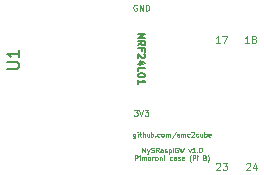
<source format=gto>
G04 #@! TF.FileFunction,Legend,Top*
%FSLAX46Y46*%
G04 Gerber Fmt 4.6, Leading zero omitted, Abs format (unit mm)*
G04 Created by KiCad (PCBNEW 4.0.2-stable) date Dimanche 03 juillet 2016 23:01:50*
%MOMM*%
G01*
G04 APERTURE LIST*
%ADD10C,0.100000*%
%ADD11C,0.125000*%
%ADD12C,0.150000*%
G04 APERTURE END LIST*
D10*
D11*
X53680954Y-40726190D02*
X53990477Y-40726190D01*
X53823811Y-40916667D01*
X53895239Y-40916667D01*
X53942858Y-40940476D01*
X53966668Y-40964286D01*
X53990477Y-41011905D01*
X53990477Y-41130952D01*
X53966668Y-41178571D01*
X53942858Y-41202381D01*
X53895239Y-41226190D01*
X53752382Y-41226190D01*
X53704763Y-41202381D01*
X53680954Y-41178571D01*
X54133334Y-40726190D02*
X54300001Y-41226190D01*
X54466667Y-40726190D01*
X54585715Y-40726190D02*
X54895238Y-40726190D01*
X54728572Y-40916667D01*
X54800000Y-40916667D01*
X54847619Y-40940476D01*
X54871429Y-40964286D01*
X54895238Y-41011905D01*
X54895238Y-41130952D01*
X54871429Y-41178571D01*
X54847619Y-41202381D01*
X54800000Y-41226190D01*
X54657143Y-41226190D01*
X54609524Y-41202381D01*
X54585715Y-41178571D01*
X53919047Y-31850000D02*
X53871428Y-31826190D01*
X53800000Y-31826190D01*
X53728571Y-31850000D01*
X53680952Y-31897619D01*
X53657143Y-31945238D01*
X53633333Y-32040476D01*
X53633333Y-32111905D01*
X53657143Y-32207143D01*
X53680952Y-32254762D01*
X53728571Y-32302381D01*
X53800000Y-32326190D01*
X53847619Y-32326190D01*
X53919047Y-32302381D01*
X53942857Y-32278571D01*
X53942857Y-32111905D01*
X53847619Y-32111905D01*
X54157143Y-32326190D02*
X54157143Y-31826190D01*
X54442857Y-32326190D01*
X54442857Y-31826190D01*
X54680953Y-32326190D02*
X54680953Y-31826190D01*
X54800000Y-31826190D01*
X54871429Y-31850000D01*
X54919048Y-31897619D01*
X54942857Y-31945238D01*
X54966667Y-32040476D01*
X54966667Y-32111905D01*
X54942857Y-32207143D01*
X54919048Y-32254762D01*
X54871429Y-32302381D01*
X54800000Y-32326190D01*
X54680953Y-32326190D01*
D10*
X53804763Y-42724286D02*
X53804763Y-43048095D01*
X53785715Y-43086190D01*
X53766667Y-43105238D01*
X53728572Y-43124286D01*
X53671429Y-43124286D01*
X53633334Y-43105238D01*
X53804763Y-42971905D02*
X53766667Y-42990952D01*
X53690477Y-42990952D01*
X53652382Y-42971905D01*
X53633334Y-42952857D01*
X53614286Y-42914762D01*
X53614286Y-42800476D01*
X53633334Y-42762381D01*
X53652382Y-42743333D01*
X53690477Y-42724286D01*
X53766667Y-42724286D01*
X53804763Y-42743333D01*
X53995239Y-42990952D02*
X53995239Y-42724286D01*
X53995239Y-42590952D02*
X53976191Y-42610000D01*
X53995239Y-42629048D01*
X54014287Y-42610000D01*
X53995239Y-42590952D01*
X53995239Y-42629048D01*
X54128572Y-42724286D02*
X54280953Y-42724286D01*
X54185715Y-42590952D02*
X54185715Y-42933810D01*
X54204763Y-42971905D01*
X54242858Y-42990952D01*
X54280953Y-42990952D01*
X54414286Y-42990952D02*
X54414286Y-42590952D01*
X54585715Y-42990952D02*
X54585715Y-42781429D01*
X54566667Y-42743333D01*
X54528572Y-42724286D01*
X54471429Y-42724286D01*
X54433334Y-42743333D01*
X54414286Y-42762381D01*
X54947620Y-42724286D02*
X54947620Y-42990952D01*
X54776191Y-42724286D02*
X54776191Y-42933810D01*
X54795239Y-42971905D01*
X54833334Y-42990952D01*
X54890477Y-42990952D01*
X54928572Y-42971905D01*
X54947620Y-42952857D01*
X55138096Y-42990952D02*
X55138096Y-42590952D01*
X55138096Y-42743333D02*
X55176191Y-42724286D01*
X55252382Y-42724286D01*
X55290477Y-42743333D01*
X55309525Y-42762381D01*
X55328572Y-42800476D01*
X55328572Y-42914762D01*
X55309525Y-42952857D01*
X55290477Y-42971905D01*
X55252382Y-42990952D01*
X55176191Y-42990952D01*
X55138096Y-42971905D01*
X55500001Y-42952857D02*
X55519049Y-42971905D01*
X55500001Y-42990952D01*
X55480953Y-42971905D01*
X55500001Y-42952857D01*
X55500001Y-42990952D01*
X55861906Y-42971905D02*
X55823810Y-42990952D01*
X55747620Y-42990952D01*
X55709525Y-42971905D01*
X55690477Y-42952857D01*
X55671429Y-42914762D01*
X55671429Y-42800476D01*
X55690477Y-42762381D01*
X55709525Y-42743333D01*
X55747620Y-42724286D01*
X55823810Y-42724286D01*
X55861906Y-42743333D01*
X56090477Y-42990952D02*
X56052382Y-42971905D01*
X56033334Y-42952857D01*
X56014286Y-42914762D01*
X56014286Y-42800476D01*
X56033334Y-42762381D01*
X56052382Y-42743333D01*
X56090477Y-42724286D01*
X56147620Y-42724286D01*
X56185715Y-42743333D01*
X56204763Y-42762381D01*
X56223810Y-42800476D01*
X56223810Y-42914762D01*
X56204763Y-42952857D01*
X56185715Y-42971905D01*
X56147620Y-42990952D01*
X56090477Y-42990952D01*
X56395239Y-42990952D02*
X56395239Y-42724286D01*
X56395239Y-42762381D02*
X56414287Y-42743333D01*
X56452382Y-42724286D01*
X56509525Y-42724286D01*
X56547620Y-42743333D01*
X56566668Y-42781429D01*
X56566668Y-42990952D01*
X56566668Y-42781429D02*
X56585715Y-42743333D01*
X56623811Y-42724286D01*
X56680953Y-42724286D01*
X56719049Y-42743333D01*
X56738096Y-42781429D01*
X56738096Y-42990952D01*
X57214286Y-42571905D02*
X56871429Y-43086190D01*
X57500001Y-42971905D02*
X57461906Y-42990952D01*
X57385715Y-42990952D01*
X57347620Y-42971905D01*
X57328572Y-42933810D01*
X57328572Y-42781429D01*
X57347620Y-42743333D01*
X57385715Y-42724286D01*
X57461906Y-42724286D01*
X57500001Y-42743333D01*
X57519049Y-42781429D01*
X57519049Y-42819524D01*
X57328572Y-42857619D01*
X57690477Y-42990952D02*
X57690477Y-42724286D01*
X57690477Y-42762381D02*
X57709525Y-42743333D01*
X57747620Y-42724286D01*
X57804763Y-42724286D01*
X57842858Y-42743333D01*
X57861906Y-42781429D01*
X57861906Y-42990952D01*
X57861906Y-42781429D02*
X57880953Y-42743333D01*
X57919049Y-42724286D01*
X57976191Y-42724286D01*
X58014287Y-42743333D01*
X58033334Y-42781429D01*
X58033334Y-42990952D01*
X58395239Y-42971905D02*
X58357143Y-42990952D01*
X58280953Y-42990952D01*
X58242858Y-42971905D01*
X58223810Y-42952857D01*
X58204762Y-42914762D01*
X58204762Y-42800476D01*
X58223810Y-42762381D01*
X58242858Y-42743333D01*
X58280953Y-42724286D01*
X58357143Y-42724286D01*
X58395239Y-42743333D01*
X58547619Y-42629048D02*
X58566667Y-42610000D01*
X58604762Y-42590952D01*
X58700000Y-42590952D01*
X58738096Y-42610000D01*
X58757143Y-42629048D01*
X58776191Y-42667143D01*
X58776191Y-42705238D01*
X58757143Y-42762381D01*
X58528572Y-42990952D01*
X58776191Y-42990952D01*
X59119048Y-42971905D02*
X59080952Y-42990952D01*
X59004762Y-42990952D01*
X58966667Y-42971905D01*
X58947619Y-42952857D01*
X58928571Y-42914762D01*
X58928571Y-42800476D01*
X58947619Y-42762381D01*
X58966667Y-42743333D01*
X59004762Y-42724286D01*
X59080952Y-42724286D01*
X59119048Y-42743333D01*
X59461905Y-42724286D02*
X59461905Y-42990952D01*
X59290476Y-42724286D02*
X59290476Y-42933810D01*
X59309524Y-42971905D01*
X59347619Y-42990952D01*
X59404762Y-42990952D01*
X59442857Y-42971905D01*
X59461905Y-42952857D01*
X59652381Y-42990952D02*
X59652381Y-42590952D01*
X59652381Y-42743333D02*
X59690476Y-42724286D01*
X59766667Y-42724286D01*
X59804762Y-42743333D01*
X59823810Y-42762381D01*
X59842857Y-42800476D01*
X59842857Y-42914762D01*
X59823810Y-42952857D01*
X59804762Y-42971905D01*
X59766667Y-42990952D01*
X59690476Y-42990952D01*
X59652381Y-42971905D01*
X60166667Y-42971905D02*
X60128572Y-42990952D01*
X60052381Y-42990952D01*
X60014286Y-42971905D01*
X59995238Y-42933810D01*
X59995238Y-42781429D01*
X60014286Y-42743333D01*
X60052381Y-42724286D01*
X60128572Y-42724286D01*
X60166667Y-42743333D01*
X60185715Y-42781429D01*
X60185715Y-42819524D01*
X59995238Y-42857619D01*
X54395238Y-44310952D02*
X54395238Y-43910952D01*
X54528571Y-44196667D01*
X54661905Y-43910952D01*
X54661905Y-44310952D01*
X54814286Y-44044286D02*
X54909524Y-44310952D01*
X55004762Y-44044286D02*
X54909524Y-44310952D01*
X54871429Y-44406190D01*
X54852381Y-44425238D01*
X54814286Y-44444286D01*
X55138095Y-44291905D02*
X55195238Y-44310952D01*
X55290476Y-44310952D01*
X55328572Y-44291905D01*
X55347619Y-44272857D01*
X55366667Y-44234762D01*
X55366667Y-44196667D01*
X55347619Y-44158571D01*
X55328572Y-44139524D01*
X55290476Y-44120476D01*
X55214286Y-44101429D01*
X55176191Y-44082381D01*
X55157143Y-44063333D01*
X55138095Y-44025238D01*
X55138095Y-43987143D01*
X55157143Y-43949048D01*
X55176191Y-43930000D01*
X55214286Y-43910952D01*
X55309524Y-43910952D01*
X55366667Y-43930000D01*
X55766667Y-44310952D02*
X55633333Y-44120476D01*
X55538095Y-44310952D02*
X55538095Y-43910952D01*
X55690476Y-43910952D01*
X55728571Y-43930000D01*
X55747619Y-43949048D01*
X55766667Y-43987143D01*
X55766667Y-44044286D01*
X55747619Y-44082381D01*
X55728571Y-44101429D01*
X55690476Y-44120476D01*
X55538095Y-44120476D01*
X56109524Y-44310952D02*
X56109524Y-44101429D01*
X56090476Y-44063333D01*
X56052381Y-44044286D01*
X55976190Y-44044286D01*
X55938095Y-44063333D01*
X56109524Y-44291905D02*
X56071428Y-44310952D01*
X55976190Y-44310952D01*
X55938095Y-44291905D01*
X55919047Y-44253810D01*
X55919047Y-44215714D01*
X55938095Y-44177619D01*
X55976190Y-44158571D01*
X56071428Y-44158571D01*
X56109524Y-44139524D01*
X56280952Y-44291905D02*
X56319048Y-44310952D01*
X56395238Y-44310952D01*
X56433333Y-44291905D01*
X56452381Y-44253810D01*
X56452381Y-44234762D01*
X56433333Y-44196667D01*
X56395238Y-44177619D01*
X56338095Y-44177619D01*
X56300000Y-44158571D01*
X56280952Y-44120476D01*
X56280952Y-44101429D01*
X56300000Y-44063333D01*
X56338095Y-44044286D01*
X56395238Y-44044286D01*
X56433333Y-44063333D01*
X56623810Y-44044286D02*
X56623810Y-44444286D01*
X56623810Y-44063333D02*
X56661905Y-44044286D01*
X56738096Y-44044286D01*
X56776191Y-44063333D01*
X56795239Y-44082381D01*
X56814286Y-44120476D01*
X56814286Y-44234762D01*
X56795239Y-44272857D01*
X56776191Y-44291905D01*
X56738096Y-44310952D01*
X56661905Y-44310952D01*
X56623810Y-44291905D01*
X56985715Y-44310952D02*
X56985715Y-44044286D01*
X56985715Y-43910952D02*
X56966667Y-43930000D01*
X56985715Y-43949048D01*
X57004763Y-43930000D01*
X56985715Y-43910952D01*
X56985715Y-43949048D01*
X57385715Y-43930000D02*
X57347620Y-43910952D01*
X57290477Y-43910952D01*
X57233334Y-43930000D01*
X57195239Y-43968095D01*
X57176191Y-44006190D01*
X57157143Y-44082381D01*
X57157143Y-44139524D01*
X57176191Y-44215714D01*
X57195239Y-44253810D01*
X57233334Y-44291905D01*
X57290477Y-44310952D01*
X57328572Y-44310952D01*
X57385715Y-44291905D01*
X57404763Y-44272857D01*
X57404763Y-44139524D01*
X57328572Y-44139524D01*
X57538096Y-43910952D02*
X57633334Y-44310952D01*
X57709524Y-44025238D01*
X57785715Y-44310952D01*
X57880953Y-43910952D01*
X58300001Y-44044286D02*
X58395239Y-44310952D01*
X58490477Y-44044286D01*
X58852382Y-44310952D02*
X58623810Y-44310952D01*
X58738096Y-44310952D02*
X58738096Y-43910952D01*
X58700001Y-43968095D01*
X58661906Y-44006190D01*
X58623810Y-44025238D01*
X59023810Y-44272857D02*
X59042858Y-44291905D01*
X59023810Y-44310952D01*
X59004762Y-44291905D01*
X59023810Y-44272857D01*
X59023810Y-44310952D01*
X59290477Y-43910952D02*
X59328572Y-43910952D01*
X59366667Y-43930000D01*
X59385715Y-43949048D01*
X59404762Y-43987143D01*
X59423810Y-44063333D01*
X59423810Y-44158571D01*
X59404762Y-44234762D01*
X59385715Y-44272857D01*
X59366667Y-44291905D01*
X59328572Y-44310952D01*
X59290477Y-44310952D01*
X59252381Y-44291905D01*
X59233334Y-44272857D01*
X59214286Y-44234762D01*
X59195238Y-44158571D01*
X59195238Y-44063333D01*
X59214286Y-43987143D01*
X59233334Y-43949048D01*
X59252381Y-43930000D01*
X59290477Y-43910952D01*
X53766666Y-44970952D02*
X53766666Y-44570952D01*
X53919047Y-44570952D01*
X53957142Y-44590000D01*
X53976190Y-44609048D01*
X53995238Y-44647143D01*
X53995238Y-44704286D01*
X53976190Y-44742381D01*
X53957142Y-44761429D01*
X53919047Y-44780476D01*
X53766666Y-44780476D01*
X54166666Y-44970952D02*
X54166666Y-44704286D01*
X54166666Y-44570952D02*
X54147618Y-44590000D01*
X54166666Y-44609048D01*
X54185714Y-44590000D01*
X54166666Y-44570952D01*
X54166666Y-44609048D01*
X54357142Y-44970952D02*
X54357142Y-44704286D01*
X54357142Y-44742381D02*
X54376190Y-44723333D01*
X54414285Y-44704286D01*
X54471428Y-44704286D01*
X54509523Y-44723333D01*
X54528571Y-44761429D01*
X54528571Y-44970952D01*
X54528571Y-44761429D02*
X54547618Y-44723333D01*
X54585714Y-44704286D01*
X54642856Y-44704286D01*
X54680952Y-44723333D01*
X54699999Y-44761429D01*
X54699999Y-44970952D01*
X54947618Y-44970952D02*
X54909523Y-44951905D01*
X54890475Y-44932857D01*
X54871427Y-44894762D01*
X54871427Y-44780476D01*
X54890475Y-44742381D01*
X54909523Y-44723333D01*
X54947618Y-44704286D01*
X55004761Y-44704286D01*
X55042856Y-44723333D01*
X55061904Y-44742381D01*
X55080951Y-44780476D01*
X55080951Y-44894762D01*
X55061904Y-44932857D01*
X55042856Y-44951905D01*
X55004761Y-44970952D01*
X54947618Y-44970952D01*
X55252380Y-44970952D02*
X55252380Y-44704286D01*
X55252380Y-44780476D02*
X55271428Y-44742381D01*
X55290475Y-44723333D01*
X55328571Y-44704286D01*
X55366666Y-44704286D01*
X55557142Y-44970952D02*
X55519047Y-44951905D01*
X55499999Y-44932857D01*
X55480951Y-44894762D01*
X55480951Y-44780476D01*
X55499999Y-44742381D01*
X55519047Y-44723333D01*
X55557142Y-44704286D01*
X55614285Y-44704286D01*
X55652380Y-44723333D01*
X55671428Y-44742381D01*
X55690475Y-44780476D01*
X55690475Y-44894762D01*
X55671428Y-44932857D01*
X55652380Y-44951905D01*
X55614285Y-44970952D01*
X55557142Y-44970952D01*
X55861904Y-44704286D02*
X55861904Y-44970952D01*
X55861904Y-44742381D02*
X55880952Y-44723333D01*
X55919047Y-44704286D01*
X55976190Y-44704286D01*
X56014285Y-44723333D01*
X56033333Y-44761429D01*
X56033333Y-44970952D01*
X56223809Y-44970952D02*
X56223809Y-44704286D01*
X56223809Y-44570952D02*
X56204761Y-44590000D01*
X56223809Y-44609048D01*
X56242857Y-44590000D01*
X56223809Y-44570952D01*
X56223809Y-44609048D01*
X56890476Y-44951905D02*
X56852380Y-44970952D01*
X56776190Y-44970952D01*
X56738095Y-44951905D01*
X56719047Y-44932857D01*
X56699999Y-44894762D01*
X56699999Y-44780476D01*
X56719047Y-44742381D01*
X56738095Y-44723333D01*
X56776190Y-44704286D01*
X56852380Y-44704286D01*
X56890476Y-44723333D01*
X57233333Y-44970952D02*
X57233333Y-44761429D01*
X57214285Y-44723333D01*
X57176190Y-44704286D01*
X57099999Y-44704286D01*
X57061904Y-44723333D01*
X57233333Y-44951905D02*
X57195237Y-44970952D01*
X57099999Y-44970952D01*
X57061904Y-44951905D01*
X57042856Y-44913810D01*
X57042856Y-44875714D01*
X57061904Y-44837619D01*
X57099999Y-44818571D01*
X57195237Y-44818571D01*
X57233333Y-44799524D01*
X57404761Y-44951905D02*
X57442857Y-44970952D01*
X57519047Y-44970952D01*
X57557142Y-44951905D01*
X57576190Y-44913810D01*
X57576190Y-44894762D01*
X57557142Y-44856667D01*
X57519047Y-44837619D01*
X57461904Y-44837619D01*
X57423809Y-44818571D01*
X57404761Y-44780476D01*
X57404761Y-44761429D01*
X57423809Y-44723333D01*
X57461904Y-44704286D01*
X57519047Y-44704286D01*
X57557142Y-44723333D01*
X57900000Y-44951905D02*
X57861905Y-44970952D01*
X57785714Y-44970952D01*
X57747619Y-44951905D01*
X57728571Y-44913810D01*
X57728571Y-44761429D01*
X57747619Y-44723333D01*
X57785714Y-44704286D01*
X57861905Y-44704286D01*
X57900000Y-44723333D01*
X57919048Y-44761429D01*
X57919048Y-44799524D01*
X57728571Y-44837619D01*
X58509524Y-45123333D02*
X58490476Y-45104286D01*
X58452381Y-45047143D01*
X58433333Y-45009048D01*
X58414286Y-44951905D01*
X58395238Y-44856667D01*
X58395238Y-44780476D01*
X58414286Y-44685238D01*
X58433333Y-44628095D01*
X58452381Y-44590000D01*
X58490476Y-44532857D01*
X58509524Y-44513810D01*
X58661905Y-44970952D02*
X58661905Y-44570952D01*
X58814286Y-44570952D01*
X58852381Y-44590000D01*
X58871429Y-44609048D01*
X58890477Y-44647143D01*
X58890477Y-44704286D01*
X58871429Y-44742381D01*
X58852381Y-44761429D01*
X58814286Y-44780476D01*
X58661905Y-44780476D01*
X59061905Y-44970952D02*
X59061905Y-44704286D01*
X59061905Y-44570952D02*
X59042857Y-44590000D01*
X59061905Y-44609048D01*
X59080953Y-44590000D01*
X59061905Y-44570952D01*
X59061905Y-44609048D01*
X59690476Y-44761429D02*
X59747619Y-44780476D01*
X59766667Y-44799524D01*
X59785715Y-44837619D01*
X59785715Y-44894762D01*
X59766667Y-44932857D01*
X59747619Y-44951905D01*
X59709524Y-44970952D01*
X59557143Y-44970952D01*
X59557143Y-44570952D01*
X59690476Y-44570952D01*
X59728572Y-44590000D01*
X59747619Y-44609048D01*
X59766667Y-44647143D01*
X59766667Y-44685238D01*
X59747619Y-44723333D01*
X59728572Y-44742381D01*
X59690476Y-44761429D01*
X59557143Y-44761429D01*
X59919048Y-45123333D02*
X59938095Y-45104286D01*
X59976191Y-45047143D01*
X59995238Y-45009048D01*
X60014286Y-44951905D01*
X60033334Y-44856667D01*
X60033334Y-44780476D01*
X60014286Y-44685238D01*
X59995238Y-44628095D01*
X59976191Y-44590000D01*
X59938095Y-44532857D01*
X59919048Y-44513810D01*
D12*
X54028571Y-34285714D02*
X54628571Y-34285714D01*
X54028571Y-34628571D01*
X54628571Y-34628571D01*
X54028571Y-35257142D02*
X54314286Y-35057142D01*
X54028571Y-34914285D02*
X54628571Y-34914285D01*
X54628571Y-35142857D01*
X54600000Y-35199999D01*
X54571429Y-35228571D01*
X54514286Y-35257142D01*
X54428571Y-35257142D01*
X54371429Y-35228571D01*
X54342857Y-35199999D01*
X54314286Y-35142857D01*
X54314286Y-34914285D01*
X54342857Y-35714285D02*
X54342857Y-35514285D01*
X54028571Y-35514285D02*
X54628571Y-35514285D01*
X54628571Y-35799999D01*
X54571429Y-36000000D02*
X54600000Y-36028571D01*
X54628571Y-36085714D01*
X54628571Y-36228571D01*
X54600000Y-36285714D01*
X54571429Y-36314285D01*
X54514286Y-36342857D01*
X54457143Y-36342857D01*
X54371429Y-36314285D01*
X54028571Y-35971428D01*
X54028571Y-36342857D01*
X54428571Y-36857143D02*
X54028571Y-36857143D01*
X54657143Y-36714286D02*
X54228571Y-36571429D01*
X54228571Y-36942857D01*
X54028571Y-37457143D02*
X54028571Y-37171429D01*
X54628571Y-37171429D01*
X54628571Y-37771429D02*
X54628571Y-37828572D01*
X54600000Y-37885715D01*
X54571429Y-37914286D01*
X54514286Y-37942857D01*
X54400000Y-37971429D01*
X54257143Y-37971429D01*
X54142857Y-37942857D01*
X54085714Y-37914286D01*
X54057143Y-37885715D01*
X54028571Y-37828572D01*
X54028571Y-37771429D01*
X54057143Y-37714286D01*
X54085714Y-37685715D01*
X54142857Y-37657143D01*
X54257143Y-37628572D01*
X54400000Y-37628572D01*
X54514286Y-37657143D01*
X54571429Y-37685715D01*
X54600000Y-37714286D01*
X54628571Y-37771429D01*
X54028571Y-38542858D02*
X54028571Y-38200001D01*
X54028571Y-38371429D02*
X54628571Y-38371429D01*
X54542857Y-38314286D01*
X54485714Y-38257144D01*
X54457143Y-38200001D01*
D11*
X63435714Y-35071429D02*
X63092857Y-35071429D01*
X63264285Y-35071429D02*
X63264285Y-34471429D01*
X63207142Y-34557143D01*
X63150000Y-34614286D01*
X63092857Y-34642857D01*
X63778571Y-34728571D02*
X63721429Y-34700000D01*
X63692857Y-34671429D01*
X63664286Y-34614286D01*
X63664286Y-34585714D01*
X63692857Y-34528571D01*
X63721429Y-34500000D01*
X63778571Y-34471429D01*
X63892857Y-34471429D01*
X63950000Y-34500000D01*
X63978571Y-34528571D01*
X64007143Y-34585714D01*
X64007143Y-34614286D01*
X63978571Y-34671429D01*
X63950000Y-34700000D01*
X63892857Y-34728571D01*
X63778571Y-34728571D01*
X63721429Y-34757143D01*
X63692857Y-34785714D01*
X63664286Y-34842857D01*
X63664286Y-34957143D01*
X63692857Y-35014286D01*
X63721429Y-35042857D01*
X63778571Y-35071429D01*
X63892857Y-35071429D01*
X63950000Y-35042857D01*
X63978571Y-35014286D01*
X64007143Y-34957143D01*
X64007143Y-34842857D01*
X63978571Y-34785714D01*
X63950000Y-34757143D01*
X63892857Y-34728571D01*
X60935714Y-35071429D02*
X60592857Y-35071429D01*
X60764285Y-35071429D02*
X60764285Y-34471429D01*
X60707142Y-34557143D01*
X60650000Y-34614286D01*
X60592857Y-34642857D01*
X61135714Y-34471429D02*
X61535714Y-34471429D01*
X61278571Y-35071429D01*
X60642857Y-45278571D02*
X60671428Y-45250000D01*
X60728571Y-45221429D01*
X60871428Y-45221429D01*
X60928571Y-45250000D01*
X60957142Y-45278571D01*
X60985714Y-45335714D01*
X60985714Y-45392857D01*
X60957142Y-45478571D01*
X60614285Y-45821429D01*
X60985714Y-45821429D01*
X61185714Y-45221429D02*
X61557143Y-45221429D01*
X61357143Y-45450000D01*
X61442857Y-45450000D01*
X61500000Y-45478571D01*
X61528571Y-45507143D01*
X61557143Y-45564286D01*
X61557143Y-45707143D01*
X61528571Y-45764286D01*
X61500000Y-45792857D01*
X61442857Y-45821429D01*
X61271429Y-45821429D01*
X61214286Y-45792857D01*
X61185714Y-45764286D01*
X63192857Y-45278571D02*
X63221428Y-45250000D01*
X63278571Y-45221429D01*
X63421428Y-45221429D01*
X63478571Y-45250000D01*
X63507142Y-45278571D01*
X63535714Y-45335714D01*
X63535714Y-45392857D01*
X63507142Y-45478571D01*
X63164285Y-45821429D01*
X63535714Y-45821429D01*
X64050000Y-45421429D02*
X64050000Y-45821429D01*
X63907143Y-45192857D02*
X63764286Y-45621429D01*
X64135714Y-45621429D01*
D12*
X42952381Y-37261905D02*
X43761905Y-37261905D01*
X43857143Y-37214286D01*
X43904762Y-37166667D01*
X43952381Y-37071429D01*
X43952381Y-36880952D01*
X43904762Y-36785714D01*
X43857143Y-36738095D01*
X43761905Y-36690476D01*
X42952381Y-36690476D01*
X43952381Y-35690476D02*
X43952381Y-36261905D01*
X43952381Y-35976191D02*
X42952381Y-35976191D01*
X43095238Y-36071429D01*
X43190476Y-36166667D01*
X43238095Y-36261905D01*
M02*

</source>
